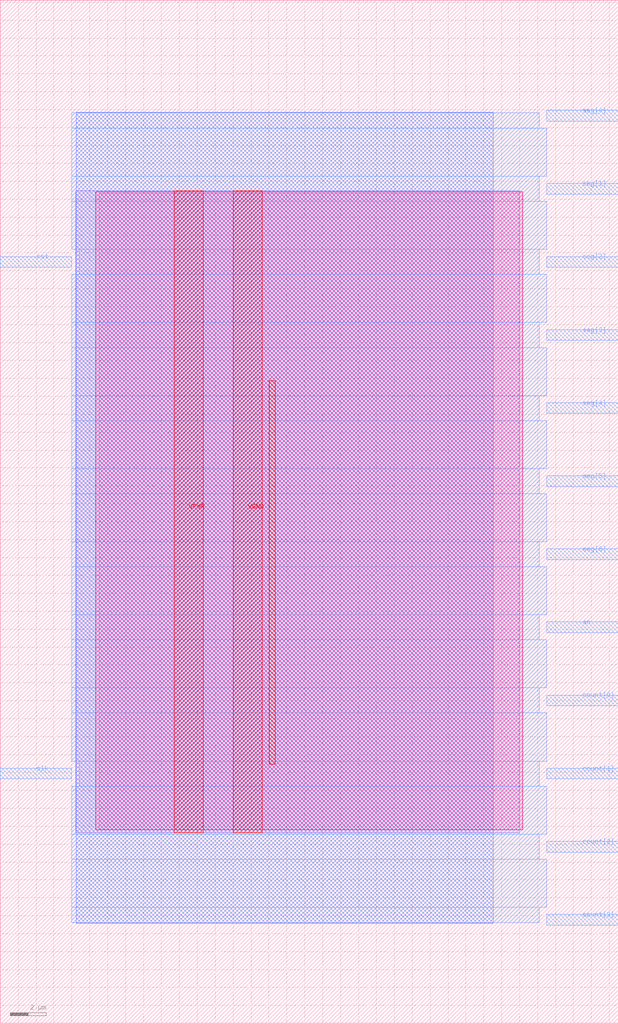
<source format=lef>
VERSION 5.7 ;
  NOWIREEXTENSIONATPIN ON ;
  DIVIDERCHAR "/" ;
  BUSBITCHARS "[]" ;
MACRO zero2five_counter
  CLASS BLOCK ;
  FOREIGN zero2five_counter ;
  ORIGIN 0.000 0.000 ;
  SIZE 34.500 BY 57.120 ;
  PIN VGND
    DIRECTION INOUT ;
    USE GROUND ;
    PORT
      LAYER met4 ;
        RECT 13.020 10.640 14.620 46.480 ;
    END
  END VGND
  PIN VPWR
    DIRECTION INOUT ;
    USE POWER ;
    PORT
      LAYER met4 ;
        RECT 9.720 10.640 11.320 46.480 ;
    END
  END VPWR
  PIN an
    DIRECTION OUTPUT ;
    USE SIGNAL ;
    PORT
      LAYER met3 ;
        RECT 30.500 21.800 34.500 22.400 ;
    END
  END an
  PIN clk
    DIRECTION INPUT ;
    USE SIGNAL ;
    ANTENNAGATEAREA 0.852000 ;
    PORT
      LAYER met3 ;
        RECT 0.000 13.640 4.000 14.240 ;
    END
  END clk
  PIN count[0]
    DIRECTION OUTPUT ;
    USE SIGNAL ;
    ANTENNADIFFAREA 0.340600 ;
    PORT
      LAYER met3 ;
        RECT 30.500 17.720 34.500 18.320 ;
    END
  END count[0]
  PIN count[1]
    DIRECTION OUTPUT ;
    USE SIGNAL ;
    ANTENNADIFFAREA 0.340600 ;
    PORT
      LAYER met3 ;
        RECT 30.500 13.640 34.500 14.240 ;
    END
  END count[1]
  PIN count[2]
    DIRECTION OUTPUT ;
    USE SIGNAL ;
    ANTENNADIFFAREA 0.340600 ;
    PORT
      LAYER met3 ;
        RECT 30.500 9.560 34.500 10.160 ;
    END
  END count[2]
  PIN count[3]
    DIRECTION OUTPUT ;
    USE SIGNAL ;
    ANTENNADIFFAREA 0.340600 ;
    PORT
      LAYER met3 ;
        RECT 30.500 5.480 34.500 6.080 ;
    END
  END count[3]
  PIN rst
    DIRECTION INPUT ;
    USE SIGNAL ;
    ANTENNAGATEAREA 0.213000 ;
    PORT
      LAYER met3 ;
        RECT 0.000 42.200 4.000 42.800 ;
    END
  END rst
  PIN seg[0]
    DIRECTION OUTPUT ;
    USE SIGNAL ;
    ANTENNADIFFAREA 0.340600 ;
    PORT
      LAYER met3 ;
        RECT 30.500 50.360 34.500 50.960 ;
    END
  END seg[0]
  PIN seg[1]
    DIRECTION OUTPUT ;
    USE SIGNAL ;
    ANTENNADIFFAREA 0.340600 ;
    PORT
      LAYER met3 ;
        RECT 30.500 46.280 34.500 46.880 ;
    END
  END seg[1]
  PIN seg[2]
    DIRECTION OUTPUT ;
    USE SIGNAL ;
    ANTENNADIFFAREA 0.340600 ;
    PORT
      LAYER met3 ;
        RECT 30.500 42.200 34.500 42.800 ;
    END
  END seg[2]
  PIN seg[3]
    DIRECTION OUTPUT ;
    USE SIGNAL ;
    ANTENNADIFFAREA 0.340600 ;
    PORT
      LAYER met3 ;
        RECT 30.500 38.120 34.500 38.720 ;
    END
  END seg[3]
  PIN seg[4]
    DIRECTION OUTPUT ;
    USE SIGNAL ;
    ANTENNADIFFAREA 0.340600 ;
    PORT
      LAYER met3 ;
        RECT 30.500 34.040 34.500 34.640 ;
    END
  END seg[4]
  PIN seg[5]
    DIRECTION OUTPUT ;
    USE SIGNAL ;
    ANTENNADIFFAREA 0.340600 ;
    PORT
      LAYER met3 ;
        RECT 30.500 29.960 34.500 30.560 ;
    END
  END seg[5]
  PIN seg[6]
    DIRECTION OUTPUT ;
    USE SIGNAL ;
    ANTENNADIFFAREA 0.340600 ;
    PORT
      LAYER met3 ;
        RECT 30.500 25.880 34.500 26.480 ;
    END
  END seg[6]
  OBS
      LAYER nwell ;
        RECT 5.330 10.795 29.170 46.430 ;
      LAYER li1 ;
        RECT 5.520 10.795 28.980 46.325 ;
      LAYER met1 ;
        RECT 4.210 10.640 28.980 46.480 ;
      LAYER met2 ;
        RECT 4.230 5.595 27.510 50.845 ;
      LAYER met3 ;
        RECT 3.990 49.960 30.100 50.825 ;
        RECT 3.990 47.280 30.500 49.960 ;
        RECT 3.990 45.880 30.100 47.280 ;
        RECT 3.990 43.200 30.500 45.880 ;
        RECT 4.400 41.800 30.100 43.200 ;
        RECT 3.990 39.120 30.500 41.800 ;
        RECT 3.990 37.720 30.100 39.120 ;
        RECT 3.990 35.040 30.500 37.720 ;
        RECT 3.990 33.640 30.100 35.040 ;
        RECT 3.990 30.960 30.500 33.640 ;
        RECT 3.990 29.560 30.100 30.960 ;
        RECT 3.990 26.880 30.500 29.560 ;
        RECT 3.990 25.480 30.100 26.880 ;
        RECT 3.990 22.800 30.500 25.480 ;
        RECT 3.990 21.400 30.100 22.800 ;
        RECT 3.990 18.720 30.500 21.400 ;
        RECT 3.990 17.320 30.100 18.720 ;
        RECT 3.990 14.640 30.500 17.320 ;
        RECT 4.400 13.240 30.100 14.640 ;
        RECT 3.990 10.560 30.500 13.240 ;
        RECT 3.990 9.160 30.100 10.560 ;
        RECT 3.990 6.480 30.500 9.160 ;
        RECT 3.990 5.615 30.100 6.480 ;
      LAYER met4 ;
        RECT 15.020 14.455 15.345 35.865 ;
  END
END zero2five_counter
END LIBRARY


</source>
